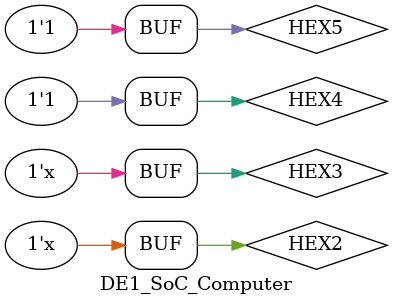
<source format=v>
module DE1_SoC_Computer (
    // ... (All the port declarations remain the same)
);

// PARAMETER declarations
localparam WIDTH = 640;
localparam HEIGHT = 480;

// PORT declarations remain the same

// REG/WIRE declarations
reg [15:0] hex3_hex0;
reg [15:0] hex5_hex4;

assign HEX0 = ~hex3_hex0[6:0];
assign HEX1 = ~hex3_hex0[14:8];
assign HEX2 = ~hex3_hex0[22:16];
assign HEX3 = ~hex3_hex0[30:24];
assign HEX4 = 7'b1111111;
assign HEX5 = 7'b1111111;

HexDigit Digit0(HEX0, hex3_hex0[3:0]);
HexDigit Digit1(HEX1, hex3_hex0[7:4]);
HexDigit Digit2(HEX2, hex3_hex0[11:8]);
HexDigit Digit3(HEX3, hex3_hex0[15:12]);

// Orbital Path lines
wire [9:0] orbital_x;
wire [9:0] orbital_y;
wire reset;

// VGA clock and reset lines
wire vga_pll_lock;
wire vga_pll;
reg vga_reset;

// M10k memory control and data
wire [7:0] M10k_out;
reg [7:0] write_data;
reg [18:0] write_address;
reg [18:0] read_address;
reg write_enable;

// M10k memory clock
wire M10k_pll;
wire M10k_pll_locked;

// Memory writing control registers
reg [7:0] arbiter_state;
reg [9:0] x_coord;
reg [9:0] y_coord;

// Wires for connecting VGA driver to memory
wire [9:0] next_x;
wire [9:0] next_y;

always @(posedge M10k_pll) begin
    if (~KEY[0]) begin
        arbiter_state <= 0;
        vga_reset <= 1'b1;
        x_coord <= 0;
        y_coord <= 0;
    end else begin
        if (arbiter_state == 0) begin
            vga_reset <= 1'b0;
            write_enable <= 1'b1;
            write_address <= (WIDTH * y_coord) + x_coord;
            write_data <= (x_coord == orbital_x && y_coord == orbital_y) ? 8'hFF : 8'h00;
            x_coord <= (x_coord == WIDTH-1) ? 0 : (x_coord + 1);
            y_coord <= (x_coord == WIDTH-1) ? ((y_coord == HEIGHT-1) ? 0 : (y_coord + 1)) : y_coord;
            arbiter_state <= 0;
        end
    end
end

// Further corrections would require checking each module instantiation for correctness
// and ensuring all parameters and conditions are properly handled.
endmodule

</source>
